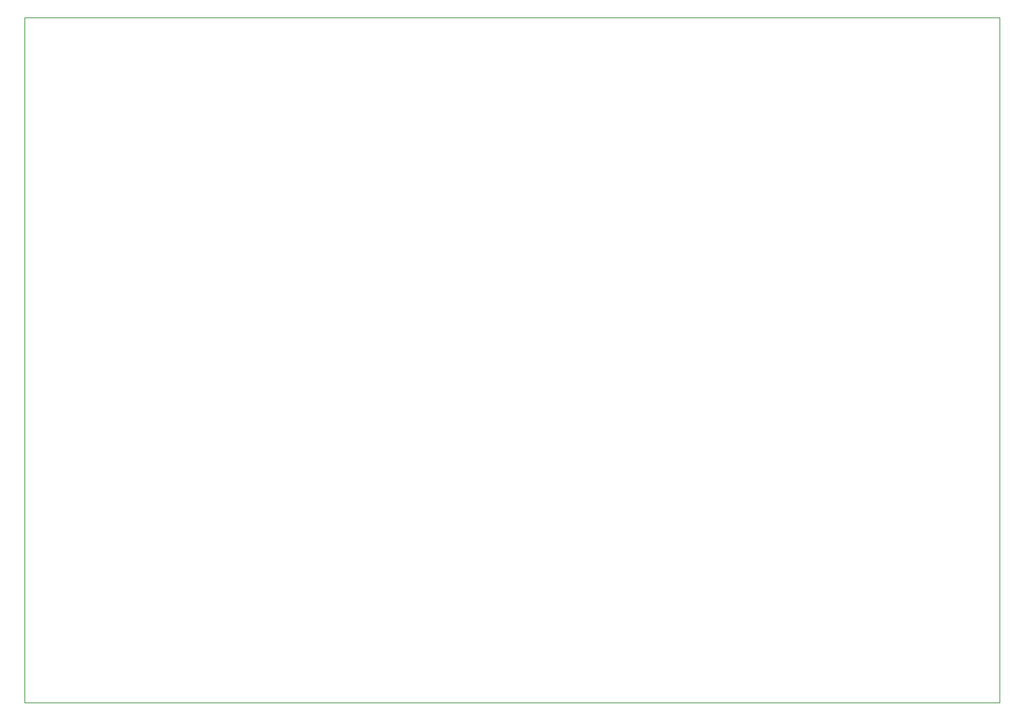
<source format=gbr>
%TF.GenerationSoftware,KiCad,Pcbnew,7.0.10*%
%TF.CreationDate,2024-03-07T20:10:10-06:00*%
%TF.ProjectId,Coax Switch Controller,436f6178-2053-4776-9974-636820436f6e,1.0*%
%TF.SameCoordinates,Original*%
%TF.FileFunction,Profile,NP*%
%FSLAX46Y46*%
G04 Gerber Fmt 4.6, Leading zero omitted, Abs format (unit mm)*
G04 Created by KiCad (PCBNEW 7.0.10) date 2024-03-07 20:10:10*
%MOMM*%
%LPD*%
G01*
G04 APERTURE LIST*
%TA.AperFunction,Profile*%
%ADD10C,0.100000*%
%TD*%
G04 APERTURE END LIST*
D10*
X88384000Y-58670000D02*
X206384000Y-58670000D01*
X206384000Y-141670000D01*
X88384000Y-141670000D01*
X88384000Y-58670000D01*
M02*

</source>
